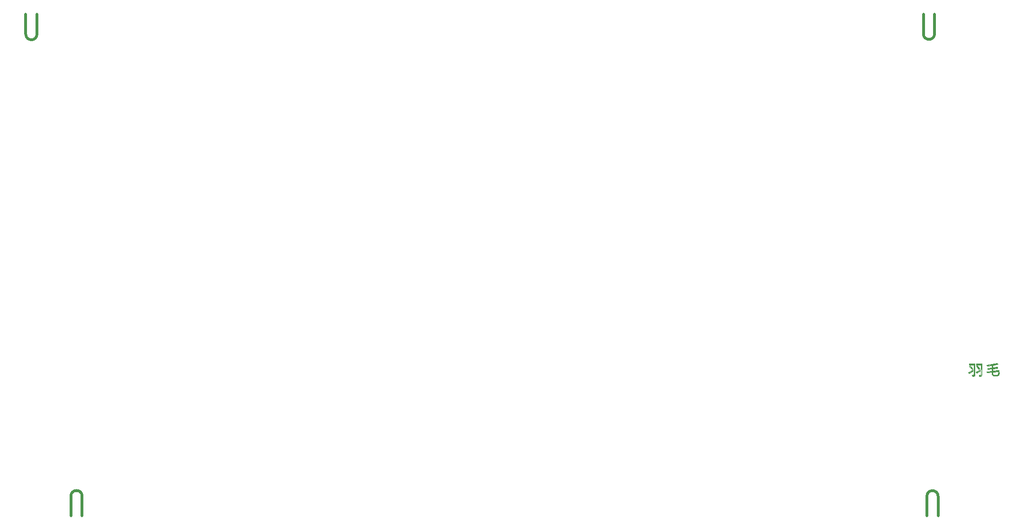
<source format=gts>
G04 #@! TF.GenerationSoftware,KiCad,Pcbnew,(6.0.0)*
G04 #@! TF.CreationDate,2023-02-08T23:35:55+02:00*
G04 #@! TF.ProjectId,Umo FR4 Plates,556d6f20-4652-4342-9050-6c617465732e,rev?*
G04 #@! TF.SameCoordinates,Original*
G04 #@! TF.FileFunction,Soldermask,Top*
G04 #@! TF.FilePolarity,Negative*
%FSLAX46Y46*%
G04 Gerber Fmt 4.6, Leading zero omitted, Abs format (unit mm)*
G04 Created by KiCad (PCBNEW (6.0.0)) date 2023-02-08 23:35:55*
%MOMM*%
%LPD*%
G01*
G04 APERTURE LIST*
%ADD10C,0.120000*%
%ADD11C,0.100000*%
%ADD12C,0.500000*%
G04 APERTURE END LIST*
D10*
X229950000Y-104840000D02*
X229640000Y-104360000D01*
D11*
X228937416Y-105968229D02*
X229084833Y-105861254D01*
D10*
X229570000Y-104000000D02*
X230500000Y-104000000D01*
X232520000Y-105960000D02*
X232870000Y-105960000D01*
D11*
X229528356Y-103934840D02*
X230549834Y-103934840D01*
X229708386Y-104237500D02*
X230154549Y-104851952D01*
D10*
X228890000Y-105110000D02*
X228850000Y-105220000D01*
X232140000Y-104230000D02*
X232360000Y-104200000D01*
D11*
X232473152Y-105206360D02*
X233541594Y-105091558D01*
D10*
X229120000Y-105930000D02*
X229170000Y-105760000D01*
X230380000Y-105920000D02*
X230410000Y-104080000D01*
X229160000Y-104050000D02*
X228300000Y-104060000D01*
D11*
X230549834Y-105886477D02*
X230478084Y-106069117D01*
X230154549Y-104851952D02*
X229969301Y-104936749D01*
X230183250Y-105966055D02*
X230346322Y-105889087D01*
D10*
X228850000Y-105220000D02*
X228250000Y-105550000D01*
X232360000Y-104200000D02*
X232370000Y-105810000D01*
D11*
X232473152Y-105797330D02*
X232585344Y-105901695D01*
X231532555Y-104920658D02*
X231515596Y-104719755D01*
D10*
X229150000Y-105390000D02*
X229160000Y-104050000D01*
X233480000Y-105160000D02*
X233470000Y-105240000D01*
D11*
X229564899Y-105605983D02*
X229401829Y-105462481D01*
X233559858Y-105295071D02*
X232473152Y-105430745D01*
D10*
X230100000Y-106030000D02*
X230280000Y-105980000D01*
D11*
X230241956Y-106157828D02*
X230044966Y-106157828D01*
D10*
X231580000Y-104750000D02*
X233250000Y-104580000D01*
X231520000Y-104230000D02*
X232840000Y-104070000D01*
X233250000Y-103950000D02*
X231520000Y-104230000D01*
D11*
X233279375Y-105901695D02*
X233420272Y-105801244D01*
X229978433Y-105958229D02*
X230183250Y-105966055D01*
X233679878Y-105509020D02*
X233549422Y-105947355D01*
D10*
X229580000Y-105520000D02*
X230170000Y-105220000D01*
D11*
X231494723Y-104321860D02*
X231369483Y-104119653D01*
X228988294Y-106157391D02*
X228790000Y-106160000D01*
X232473152Y-104612780D02*
X233304162Y-104520155D01*
D10*
X232420000Y-105230000D02*
X233480000Y-105160000D01*
X228790000Y-106010000D02*
X228970000Y-106010000D01*
X233500000Y-105910000D02*
X233230000Y-106030000D01*
D11*
X228231643Y-104132698D02*
X228231643Y-103937013D01*
X233248066Y-103839170D02*
X233396787Y-103990499D01*
X229770695Y-105492486D02*
X229564899Y-105605983D01*
D10*
X230500000Y-104000000D02*
X230500000Y-105870000D01*
X233280000Y-104650000D02*
X231580000Y-104850000D01*
D11*
X228406457Y-104263154D02*
X228889147Y-104854126D01*
X232473152Y-104813684D02*
X232473152Y-105206360D01*
D10*
X233530000Y-105510000D02*
X233590000Y-105530000D01*
X228720000Y-104870000D02*
X228320000Y-104400000D01*
X229250000Y-103990000D02*
X229250000Y-105860000D01*
D11*
X233549422Y-105947355D02*
X233263722Y-106096076D01*
X228790000Y-106160000D02*
X228720857Y-105960401D01*
X232269637Y-105828639D02*
X232269637Y-105435963D01*
D10*
X232840000Y-104070000D02*
X232140000Y-104230000D01*
D11*
X233482890Y-105425527D02*
X233679878Y-105509020D01*
D10*
X230410000Y-104080000D02*
X229580000Y-104070000D01*
D11*
X230044966Y-106157828D02*
X229978433Y-105958229D01*
D10*
X229680000Y-104300000D02*
X230070000Y-104820000D01*
D11*
X229084833Y-105861254D02*
X229084833Y-104132698D01*
D10*
X230070000Y-104820000D02*
X229950000Y-104840000D01*
D11*
X228253837Y-105649471D02*
X228092071Y-105486400D01*
D10*
X233250000Y-103880000D02*
X233250000Y-103950000D01*
D11*
X232269637Y-105231147D02*
X232269637Y-104834557D01*
D10*
X230110000Y-106080000D02*
X230100000Y-106030000D01*
D11*
X229401829Y-105462481D02*
X229923656Y-105180694D01*
D10*
X232420000Y-104120000D02*
X232430000Y-104550000D01*
D11*
X229923656Y-105180694D02*
X230215880Y-105016318D01*
X233420272Y-105801244D02*
X233482890Y-105425527D01*
D10*
X232870000Y-105960000D02*
X233270000Y-105930000D01*
D11*
X232473152Y-104231845D02*
X232473152Y-104612780D01*
X232269637Y-104834557D02*
X231532555Y-104920658D01*
D10*
X233270000Y-105930000D02*
X233460000Y-105840000D01*
D11*
X229969301Y-104936749D02*
X229540097Y-104339257D01*
X229528356Y-104130526D02*
X229528356Y-103934840D01*
D10*
X230500000Y-105870000D02*
X230450000Y-106000000D01*
X229170000Y-105760000D02*
X229150000Y-105390000D01*
D11*
X233541594Y-105091558D02*
X233559858Y-105295071D01*
D10*
X228970000Y-106010000D02*
X229120000Y-105930000D01*
D11*
X231515596Y-104719755D02*
X232269637Y-104632348D01*
D10*
X233590000Y-105530000D02*
X233500000Y-105910000D01*
D11*
X231390360Y-105334208D02*
X232269637Y-105231147D01*
D10*
X230450000Y-106000000D02*
X230330000Y-106060000D01*
X229190000Y-105990000D02*
X229010000Y-106080000D01*
D11*
X232269637Y-104632348D02*
X232269637Y-104257936D01*
D10*
X230170000Y-105220000D02*
X230160000Y-105100000D01*
X229250000Y-105860000D02*
X229190000Y-105990000D01*
D11*
X230478084Y-106069117D02*
X230241956Y-106157828D01*
X228234253Y-104377958D02*
X228406457Y-104263154D01*
X228713031Y-104953273D02*
X228234253Y-104377958D01*
X229287042Y-103937013D02*
X229287042Y-105901695D01*
X228231643Y-103937013D02*
X229287042Y-103937013D01*
D10*
X232300000Y-105360000D02*
X231470000Y-105460000D01*
D11*
X229084833Y-104132698D02*
X228231643Y-104132698D01*
X230215880Y-105240705D02*
X229770695Y-105492486D01*
X233263722Y-106096076D02*
X232544904Y-106096076D01*
D10*
X232370000Y-105810000D02*
X232520000Y-105960000D01*
D11*
X229540097Y-104339257D02*
X229708386Y-104237500D01*
D10*
X230330000Y-106060000D02*
X230110000Y-106080000D01*
D11*
X230346322Y-104130526D02*
X229528356Y-104130526D01*
D10*
X228370000Y-104330000D02*
X228800000Y-104830000D01*
D11*
X228949172Y-105006318D02*
X228949172Y-105228095D01*
X233304162Y-104520155D02*
X233304162Y-104719755D01*
X229220508Y-106068681D02*
X228988294Y-106157391D01*
D10*
X233460000Y-105840000D02*
X233530000Y-105510000D01*
D11*
X231415146Y-105537721D02*
X231390360Y-105334208D01*
D10*
X229480000Y-105450000D02*
X229580000Y-105520000D01*
X233470000Y-105240000D02*
X232390000Y-105350000D01*
X228250000Y-103980000D02*
X229250000Y-103990000D01*
X230280000Y-105980000D02*
X230380000Y-105920000D01*
D11*
X232585344Y-105901695D02*
X233279375Y-105901695D01*
D10*
X229010000Y-106080000D02*
X228850000Y-106090000D01*
D11*
X228720857Y-105960401D02*
X228937416Y-105968229D01*
X228889147Y-104854126D02*
X228713031Y-104953273D01*
X232473152Y-105430745D02*
X232473152Y-105797330D01*
X232544904Y-106096076D02*
X232269637Y-105828639D01*
D10*
X231450000Y-104170000D02*
X233250000Y-103880000D01*
D11*
X230549834Y-103934840D02*
X230549834Y-105886477D01*
D10*
X228180000Y-105490000D02*
X228890000Y-105110000D01*
D11*
X230215880Y-105016318D02*
X230215880Y-105240705D01*
D10*
X230160000Y-105100000D02*
X229570000Y-105420000D01*
X233230000Y-106030000D02*
X232560000Y-106020000D01*
D11*
X233396787Y-103990499D02*
X232473152Y-104231845D01*
X228949172Y-105228095D02*
X228253837Y-105649471D01*
D10*
X228850000Y-106090000D02*
X228790000Y-106010000D01*
D11*
X232269637Y-105435963D02*
X231415146Y-105537721D01*
X232269637Y-104257936D02*
X231494723Y-104321860D01*
D10*
X231440000Y-105390000D02*
X232420000Y-105300000D01*
D11*
X231369483Y-104119653D02*
X233248066Y-103839170D01*
X229287042Y-105901695D02*
X229220508Y-106068681D01*
X228092071Y-105486400D02*
X228949172Y-105006318D01*
X230346322Y-105889087D02*
X230346322Y-104130526D01*
X233304162Y-104719755D02*
X232473152Y-104813684D01*
D10*
X228800000Y-104830000D02*
X228720000Y-104870000D01*
D12*
X67690000Y-127624484D02*
X67690000Y-131160000D01*
X69690000Y-131160000D02*
X69690000Y-127624466D01*
X69690000Y-127624466D02*
G75*
G03*
X67690000Y-127624502I-1000000J-18D01*
G01*
X220700000Y-127654484D02*
X220700000Y-131190000D01*
X222700000Y-131190000D02*
X222700000Y-127654466D01*
X222700000Y-127654466D02*
G75*
G03*
X220700000Y-127654502I-1000000J-18D01*
G01*
X220070000Y-41300000D02*
X220070000Y-44835534D01*
X222070000Y-44835516D02*
X222070000Y-41300000D01*
X220070000Y-44835534D02*
G75*
G03*
X222070000Y-44835498I1000000J18D01*
G01*
X59620000Y-41370000D02*
X59620000Y-44905534D01*
X61620000Y-44905516D02*
X61620000Y-41370000D01*
X59620000Y-44905534D02*
G75*
G03*
X61620000Y-44905498I1000000J18D01*
G01*
D10*
X229950000Y-104840000D02*
X229640000Y-104360000D01*
D11*
X228937416Y-105968229D02*
X229084833Y-105861254D01*
D10*
X229570000Y-104000000D02*
X230500000Y-104000000D01*
X232520000Y-105960000D02*
X232870000Y-105960000D01*
D11*
X229528356Y-103934840D02*
X230549834Y-103934840D01*
X229708386Y-104237500D02*
X230154549Y-104851952D01*
D10*
X228890000Y-105110000D02*
X228850000Y-105220000D01*
X232140000Y-104230000D02*
X232360000Y-104200000D01*
D11*
X232473152Y-105206360D02*
X233541594Y-105091558D01*
D10*
X229120000Y-105930000D02*
X229170000Y-105760000D01*
X230380000Y-105920000D02*
X230410000Y-104080000D01*
X229160000Y-104050000D02*
X228300000Y-104060000D01*
D11*
X230549834Y-105886477D02*
X230478084Y-106069117D01*
X230154549Y-104851952D02*
X229969301Y-104936749D01*
X230183250Y-105966055D02*
X230346322Y-105889087D01*
D10*
X228850000Y-105220000D02*
X228250000Y-105550000D01*
X232360000Y-104200000D02*
X232370000Y-105810000D01*
D11*
X232473152Y-105797330D02*
X232585344Y-105901695D01*
X231532555Y-104920658D02*
X231515596Y-104719755D01*
D10*
X229150000Y-105390000D02*
X229160000Y-104050000D01*
X233480000Y-105160000D02*
X233470000Y-105240000D01*
D11*
X229564899Y-105605983D02*
X229401829Y-105462481D01*
X233559858Y-105295071D02*
X232473152Y-105430745D01*
D10*
X230100000Y-106030000D02*
X230280000Y-105980000D01*
D11*
X230241956Y-106157828D02*
X230044966Y-106157828D01*
D10*
X231580000Y-104750000D02*
X233250000Y-104580000D01*
X231520000Y-104230000D02*
X232840000Y-104070000D01*
X233250000Y-103950000D02*
X231520000Y-104230000D01*
D11*
X233279375Y-105901695D02*
X233420272Y-105801244D01*
X229978433Y-105958229D02*
X230183250Y-105966055D01*
X233679878Y-105509020D02*
X233549422Y-105947355D01*
D10*
X229580000Y-105520000D02*
X230170000Y-105220000D01*
D11*
X231494723Y-104321860D02*
X231369483Y-104119653D01*
X228988294Y-106157391D02*
X228790000Y-106160000D01*
X232473152Y-104612780D02*
X233304162Y-104520155D01*
D10*
X232420000Y-105230000D02*
X233480000Y-105160000D01*
X228790000Y-106010000D02*
X228970000Y-106010000D01*
X233500000Y-105910000D02*
X233230000Y-106030000D01*
D11*
X228231643Y-104132698D02*
X228231643Y-103937013D01*
X233248066Y-103839170D02*
X233396787Y-103990499D01*
X229770695Y-105492486D02*
X229564899Y-105605983D01*
D10*
X230500000Y-104000000D02*
X230500000Y-105870000D01*
X233280000Y-104650000D02*
X231580000Y-104850000D01*
D11*
X228406457Y-104263154D02*
X228889147Y-104854126D01*
X232473152Y-104813684D02*
X232473152Y-105206360D01*
D10*
X233530000Y-105510000D02*
X233590000Y-105530000D01*
X228720000Y-104870000D02*
X228320000Y-104400000D01*
X229250000Y-103990000D02*
X229250000Y-105860000D01*
D11*
X233549422Y-105947355D02*
X233263722Y-106096076D01*
X228790000Y-106160000D02*
X228720857Y-105960401D01*
X232269637Y-105828639D02*
X232269637Y-105435963D01*
D10*
X232840000Y-104070000D02*
X232140000Y-104230000D01*
D11*
X233482890Y-105425527D02*
X233679878Y-105509020D01*
D10*
X230410000Y-104080000D02*
X229580000Y-104070000D01*
D11*
X230044966Y-106157828D02*
X229978433Y-105958229D01*
D10*
X229680000Y-104300000D02*
X230070000Y-104820000D01*
D11*
X229084833Y-105861254D02*
X229084833Y-104132698D01*
D10*
X230070000Y-104820000D02*
X229950000Y-104840000D01*
D11*
X228253837Y-105649471D02*
X228092071Y-105486400D01*
D10*
X233250000Y-103880000D02*
X233250000Y-103950000D01*
D11*
X232269637Y-105231147D02*
X232269637Y-104834557D01*
D10*
X230110000Y-106080000D02*
X230100000Y-106030000D01*
D11*
X229401829Y-105462481D02*
X229923656Y-105180694D01*
D10*
X232420000Y-104120000D02*
X232430000Y-104550000D01*
D11*
X229923656Y-105180694D02*
X230215880Y-105016318D01*
X233420272Y-105801244D02*
X233482890Y-105425527D01*
D10*
X232870000Y-105960000D02*
X233270000Y-105930000D01*
D11*
X232473152Y-104231845D02*
X232473152Y-104612780D01*
X232269637Y-104834557D02*
X231532555Y-104920658D01*
D10*
X233270000Y-105930000D02*
X233460000Y-105840000D01*
D11*
X229969301Y-104936749D02*
X229540097Y-104339257D01*
X229528356Y-104130526D02*
X229528356Y-103934840D01*
D10*
X230500000Y-105870000D02*
X230450000Y-106000000D01*
X229170000Y-105760000D02*
X229150000Y-105390000D01*
D11*
X233541594Y-105091558D02*
X233559858Y-105295071D01*
D10*
X228970000Y-106010000D02*
X229120000Y-105930000D01*
D11*
X231515596Y-104719755D02*
X232269637Y-104632348D01*
D10*
X233590000Y-105530000D02*
X233500000Y-105910000D01*
D11*
X231390360Y-105334208D02*
X232269637Y-105231147D01*
D10*
X230450000Y-106000000D02*
X230330000Y-106060000D01*
X229190000Y-105990000D02*
X229010000Y-106080000D01*
D11*
X232269637Y-104632348D02*
X232269637Y-104257936D01*
D10*
X230170000Y-105220000D02*
X230160000Y-105100000D01*
X229250000Y-105860000D02*
X229190000Y-105990000D01*
D11*
X230478084Y-106069117D02*
X230241956Y-106157828D01*
X228234253Y-104377958D02*
X228406457Y-104263154D01*
X228713031Y-104953273D02*
X228234253Y-104377958D01*
X229287042Y-103937013D02*
X229287042Y-105901695D01*
X228231643Y-103937013D02*
X229287042Y-103937013D01*
D10*
X232300000Y-105360000D02*
X231470000Y-105460000D01*
D11*
X229084833Y-104132698D02*
X228231643Y-104132698D01*
X230215880Y-105240705D02*
X229770695Y-105492486D01*
X233263722Y-106096076D02*
X232544904Y-106096076D01*
D10*
X232370000Y-105810000D02*
X232520000Y-105960000D01*
D11*
X229540097Y-104339257D02*
X229708386Y-104237500D01*
D10*
X230330000Y-106060000D02*
X230110000Y-106080000D01*
D11*
X230346322Y-104130526D02*
X229528356Y-104130526D01*
D10*
X228370000Y-104330000D02*
X228800000Y-104830000D01*
D11*
X228949172Y-105006318D02*
X228949172Y-105228095D01*
X233304162Y-104520155D02*
X233304162Y-104719755D01*
X229220508Y-106068681D02*
X228988294Y-106157391D01*
D10*
X233460000Y-105840000D02*
X233530000Y-105510000D01*
D11*
X231415146Y-105537721D02*
X231390360Y-105334208D01*
D10*
X229480000Y-105450000D02*
X229580000Y-105520000D01*
X233470000Y-105240000D02*
X232390000Y-105350000D01*
X228250000Y-103980000D02*
X229250000Y-103990000D01*
X230280000Y-105980000D02*
X230380000Y-105920000D01*
D11*
X232585344Y-105901695D02*
X233279375Y-105901695D01*
D10*
X229010000Y-106080000D02*
X228850000Y-106090000D01*
D11*
X228720857Y-105960401D02*
X228937416Y-105968229D01*
X228889147Y-104854126D02*
X228713031Y-104953273D01*
X232473152Y-105430745D02*
X232473152Y-105797330D01*
X232544904Y-106096076D02*
X232269637Y-105828639D01*
D10*
X231450000Y-104170000D02*
X233250000Y-103880000D01*
D11*
X230549834Y-103934840D02*
X230549834Y-105886477D01*
D10*
X228180000Y-105490000D02*
X228890000Y-105110000D01*
D11*
X230215880Y-105016318D02*
X230215880Y-105240705D01*
D10*
X230160000Y-105100000D02*
X229570000Y-105420000D01*
X233230000Y-106030000D02*
X232560000Y-106020000D01*
D11*
X233396787Y-103990499D02*
X232473152Y-104231845D01*
X228949172Y-105228095D02*
X228253837Y-105649471D01*
D10*
X228850000Y-106090000D02*
X228790000Y-106010000D01*
D11*
X232269637Y-105435963D02*
X231415146Y-105537721D01*
X232269637Y-104257936D02*
X231494723Y-104321860D01*
D10*
X231440000Y-105390000D02*
X232420000Y-105300000D01*
D11*
X231369483Y-104119653D02*
X233248066Y-103839170D01*
X229287042Y-105901695D02*
X229220508Y-106068681D01*
X228092071Y-105486400D02*
X228949172Y-105006318D01*
X230346322Y-105889087D02*
X230346322Y-104130526D01*
X233304162Y-104719755D02*
X232473152Y-104813684D01*
D10*
X228800000Y-104830000D02*
X228720000Y-104870000D01*
D12*
X67690000Y-127624484D02*
X67690000Y-131160000D01*
X69690000Y-131160000D02*
X69690000Y-127624466D01*
X69690000Y-127624466D02*
G75*
G03*
X67690000Y-127624502I-1000000J-18D01*
G01*
X220700000Y-127654484D02*
X220700000Y-131190000D01*
X222700000Y-131190000D02*
X222700000Y-127654466D01*
X222700000Y-127654466D02*
G75*
G03*
X220700000Y-127654502I-1000000J-18D01*
G01*
X220070000Y-41300000D02*
X220070000Y-44835534D01*
X222070000Y-44835516D02*
X222070000Y-41300000D01*
X220070000Y-44835534D02*
G75*
G03*
X222070000Y-44835498I1000000J18D01*
G01*
X59620000Y-41370000D02*
X59620000Y-44905534D01*
X61620000Y-44905516D02*
X61620000Y-41370000D01*
X59620000Y-44905534D02*
G75*
G03*
X61620000Y-44905498I1000000J18D01*
G01*
M02*

</source>
